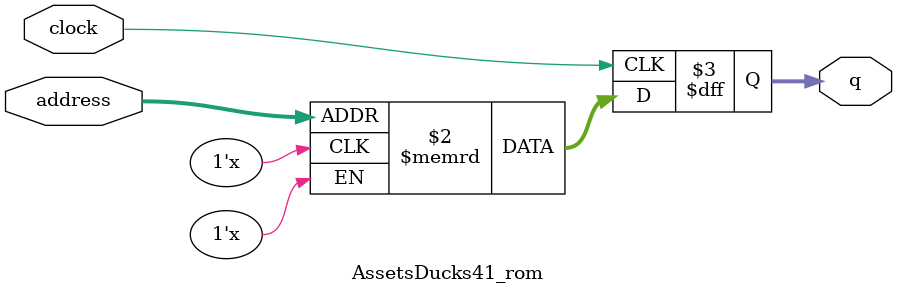
<source format=sv>
module AssetsDucks41_rom (
	input logic clock,
	input logic [11:0] address,
	output logic [3:0] q
);

logic [3:0] memory [0:4095] /* synthesis ram_init_file = "./AssetsDucks41/AssetsDucks41.mif" */;

always_ff @ (posedge clock) begin
	q <= memory[address];
end

endmodule

</source>
